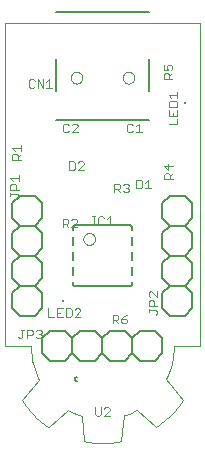
<source format=gto>
G75*
%MOIN*%
%OFA0B0*%
%FSLAX24Y24*%
%IPPOS*%
%LPD*%
%AMOC8*
5,1,8,0,0,1.08239X$1,22.5*
%
%ADD10C,0.0000*%
%ADD11C,0.0030*%
%ADD12C,0.0060*%
%ADD13C,0.0020*%
%ADD14R,0.0098X0.0098*%
%ADD15C,0.0050*%
D10*
X000743Y001523D02*
X001318Y002198D01*
X001055Y003348D02*
X000180Y003348D01*
X000180Y014094D01*
X006675Y014094D01*
X006675Y003348D01*
X006680Y003348D02*
X005805Y003348D01*
X005555Y002223D02*
X006118Y001523D01*
X005218Y000636D02*
X004568Y001198D01*
X004143Y001023D02*
X004055Y000161D01*
X002805Y000161D02*
X002743Y001011D01*
X002293Y001198D02*
X001655Y000623D01*
X005555Y002224D02*
X005594Y002304D01*
X005629Y002387D01*
X005661Y002470D01*
X005691Y002555D01*
X005717Y002641D01*
X005739Y002727D01*
X005759Y002815D01*
X005775Y002903D01*
X005788Y002991D01*
X005797Y003080D01*
X005803Y003170D01*
X005806Y003259D01*
X005805Y003349D01*
X001318Y002198D02*
X001276Y002288D01*
X001238Y002380D01*
X001203Y002472D01*
X001172Y002567D01*
X001144Y002662D01*
X001120Y002758D01*
X001100Y002855D01*
X001083Y002953D01*
X001071Y003051D01*
X001062Y003150D01*
X001056Y003249D01*
X001055Y003348D01*
X003430Y003348D02*
X003430Y003336D01*
X002805Y000161D02*
X002908Y000142D01*
X003012Y000127D01*
X003116Y000115D01*
X003221Y000107D01*
X003325Y000102D01*
X003430Y000100D01*
X003535Y000102D01*
X003639Y000107D01*
X003744Y000115D01*
X003848Y000127D01*
X003952Y000142D01*
X004055Y000161D01*
X004143Y001023D02*
X004231Y001052D01*
X004317Y001083D01*
X004402Y001118D01*
X004486Y001157D01*
X004568Y001198D01*
X001655Y000623D02*
X001566Y000683D01*
X001480Y000747D01*
X001395Y000813D01*
X001312Y000882D01*
X001232Y000953D01*
X001154Y001028D01*
X001079Y001104D01*
X001006Y001183D01*
X000936Y001265D01*
X000869Y001349D01*
X000804Y001435D01*
X000743Y001523D01*
X005217Y000636D02*
X005305Y000695D01*
X005390Y000758D01*
X005474Y000823D01*
X005555Y000891D01*
X005634Y000962D01*
X005711Y001035D01*
X005785Y001111D01*
X005857Y001189D01*
X005926Y001269D01*
X005992Y001352D01*
X006056Y001436D01*
X006117Y001523D01*
X002742Y001011D02*
X002649Y001041D01*
X002558Y001075D01*
X002468Y001112D01*
X002379Y001153D01*
X002292Y001198D01*
X002372Y012285D02*
X002374Y012312D01*
X002380Y012339D01*
X002389Y012365D01*
X002402Y012389D01*
X002418Y012412D01*
X002437Y012431D01*
X002459Y012448D01*
X002483Y012462D01*
X002508Y012472D01*
X002535Y012479D01*
X002562Y012482D01*
X002590Y012481D01*
X002617Y012476D01*
X002643Y012468D01*
X002667Y012456D01*
X002690Y012440D01*
X002711Y012422D01*
X002728Y012401D01*
X002743Y012377D01*
X002754Y012352D01*
X002762Y012326D01*
X002766Y012299D01*
X002766Y012271D01*
X002762Y012244D01*
X002754Y012218D01*
X002743Y012193D01*
X002728Y012169D01*
X002711Y012148D01*
X002690Y012130D01*
X002668Y012114D01*
X002643Y012102D01*
X002617Y012094D01*
X002590Y012089D01*
X002562Y012088D01*
X002535Y012091D01*
X002508Y012098D01*
X002483Y012108D01*
X002459Y012122D01*
X002437Y012139D01*
X002418Y012158D01*
X002402Y012181D01*
X002389Y012205D01*
X002380Y012231D01*
X002374Y012258D01*
X002372Y012285D01*
X004104Y012285D02*
X004106Y012312D01*
X004112Y012339D01*
X004121Y012365D01*
X004134Y012389D01*
X004150Y012412D01*
X004169Y012431D01*
X004191Y012448D01*
X004215Y012462D01*
X004240Y012472D01*
X004267Y012479D01*
X004294Y012482D01*
X004322Y012481D01*
X004349Y012476D01*
X004375Y012468D01*
X004399Y012456D01*
X004422Y012440D01*
X004443Y012422D01*
X004460Y012401D01*
X004475Y012377D01*
X004486Y012352D01*
X004494Y012326D01*
X004498Y012299D01*
X004498Y012271D01*
X004494Y012244D01*
X004486Y012218D01*
X004475Y012193D01*
X004460Y012169D01*
X004443Y012148D01*
X004422Y012130D01*
X004400Y012114D01*
X004375Y012102D01*
X004349Y012094D01*
X004322Y012089D01*
X004294Y012088D01*
X004267Y012091D01*
X004240Y012098D01*
X004215Y012108D01*
X004191Y012122D01*
X004169Y012139D01*
X004150Y012158D01*
X004134Y012181D01*
X004121Y012205D01*
X004112Y012231D01*
X004106Y012258D01*
X004104Y012285D01*
D11*
X004296Y010754D02*
X004248Y010705D01*
X004248Y010512D01*
X004296Y010463D01*
X004393Y010463D01*
X004441Y010512D01*
X004542Y010463D02*
X004736Y010463D01*
X004639Y010463D02*
X004639Y010754D01*
X004542Y010657D01*
X004441Y010705D02*
X004393Y010754D01*
X004296Y010754D01*
X004564Y008880D02*
X004710Y008880D01*
X004758Y008831D01*
X004758Y008638D01*
X004710Y008590D01*
X004564Y008590D01*
X004564Y008880D01*
X004316Y008705D02*
X004316Y008657D01*
X004267Y008608D01*
X004316Y008560D01*
X004316Y008512D01*
X004267Y008463D01*
X004171Y008463D01*
X004122Y008512D01*
X004219Y008608D02*
X004267Y008608D01*
X004316Y008705D02*
X004267Y008754D01*
X004171Y008754D01*
X004122Y008705D01*
X004021Y008705D02*
X004021Y008608D01*
X003973Y008560D01*
X003828Y008560D01*
X003828Y008463D02*
X003828Y008754D01*
X003973Y008754D01*
X004021Y008705D01*
X003924Y008560D02*
X004021Y008463D01*
X003678Y007666D02*
X003678Y007376D01*
X003581Y007376D02*
X003775Y007376D01*
X003581Y007569D02*
X003678Y007666D01*
X003480Y007618D02*
X003432Y007666D01*
X003335Y007666D01*
X003286Y007618D01*
X003286Y007424D01*
X003335Y007376D01*
X003432Y007376D01*
X003480Y007424D01*
X003187Y007376D02*
X003090Y007376D01*
X003138Y007376D02*
X003138Y007666D01*
X003090Y007666D02*
X003187Y007666D01*
X002594Y007535D02*
X002545Y007584D01*
X002449Y007584D01*
X002400Y007535D01*
X002299Y007535D02*
X002299Y007438D01*
X002251Y007390D01*
X002106Y007390D01*
X002106Y007293D02*
X002106Y007584D01*
X002251Y007584D01*
X002299Y007535D01*
X002202Y007390D02*
X002299Y007293D01*
X002400Y007293D02*
X002594Y007487D01*
X002594Y007535D01*
X002594Y007293D02*
X002400Y007293D01*
X002322Y009205D02*
X002467Y009205D01*
X002515Y009253D01*
X002515Y009446D01*
X002467Y009495D01*
X002322Y009495D01*
X002322Y009205D01*
X002617Y009205D02*
X002810Y009398D01*
X002810Y009446D01*
X002762Y009495D01*
X002665Y009495D01*
X002617Y009446D01*
X002617Y009205D02*
X002810Y009205D01*
X002606Y010463D02*
X002412Y010463D01*
X002606Y010657D01*
X002606Y010705D01*
X002557Y010754D01*
X002461Y010754D01*
X002412Y010705D01*
X002311Y010705D02*
X002263Y010754D01*
X002166Y010754D01*
X002118Y010705D01*
X002118Y010512D01*
X002166Y010463D01*
X002263Y010463D01*
X002311Y010512D01*
X001757Y011947D02*
X001563Y011947D01*
X001462Y011947D02*
X001462Y012237D01*
X001563Y012141D02*
X001660Y012237D01*
X001660Y011947D01*
X001462Y011947D02*
X001269Y012237D01*
X001269Y011947D01*
X001168Y011995D02*
X001119Y011947D01*
X001023Y011947D01*
X000974Y011995D01*
X000974Y012189D01*
X001023Y012237D01*
X001119Y012237D01*
X001168Y012189D01*
X000703Y010044D02*
X000703Y009850D01*
X000703Y009947D02*
X000412Y009947D01*
X000509Y009850D01*
X000461Y009749D02*
X000557Y009749D01*
X000606Y009701D01*
X000606Y009556D01*
X000606Y009653D02*
X000703Y009749D01*
X000703Y009556D02*
X000412Y009556D01*
X000412Y009701D01*
X000461Y009749D01*
X000650Y009042D02*
X000650Y008849D01*
X000650Y008945D02*
X000360Y008945D01*
X000457Y008849D01*
X000505Y008748D02*
X000408Y008748D01*
X000360Y008699D01*
X000360Y008554D01*
X000650Y008554D01*
X000553Y008554D02*
X000553Y008699D01*
X000505Y008748D01*
X000360Y008453D02*
X000360Y008356D01*
X000360Y008404D02*
X000602Y008404D01*
X000650Y008356D01*
X000650Y008308D01*
X000602Y008259D01*
X001621Y004599D02*
X001621Y004308D01*
X001815Y004308D01*
X001916Y004308D02*
X002110Y004308D01*
X002013Y004453D02*
X001916Y004453D01*
X001916Y004308D02*
X001916Y004599D01*
X002110Y004599D01*
X002211Y004599D02*
X002211Y004308D01*
X002356Y004308D01*
X002404Y004357D01*
X002404Y004550D01*
X002356Y004599D01*
X002211Y004599D01*
X002505Y004550D02*
X002554Y004599D01*
X002650Y004599D01*
X002699Y004550D01*
X002699Y004502D01*
X002505Y004308D01*
X002699Y004308D01*
X003768Y004386D02*
X003768Y004096D01*
X003768Y004193D02*
X003913Y004193D01*
X003962Y004241D01*
X003962Y004338D01*
X003913Y004386D01*
X003768Y004386D01*
X003865Y004193D02*
X003962Y004096D01*
X004063Y004144D02*
X004111Y004096D01*
X004208Y004096D01*
X004256Y004144D01*
X004256Y004193D01*
X004208Y004241D01*
X004063Y004241D01*
X004063Y004144D01*
X004063Y004241D02*
X004160Y004338D01*
X004256Y004386D01*
X004970Y004479D02*
X004970Y004575D01*
X004970Y004527D02*
X005212Y004527D01*
X005260Y004479D01*
X005260Y004430D01*
X005212Y004382D01*
X005260Y004677D02*
X004970Y004677D01*
X004970Y004822D01*
X005018Y004870D01*
X005115Y004870D01*
X005163Y004822D01*
X005163Y004677D01*
X005260Y004971D02*
X005067Y005165D01*
X005018Y005165D01*
X004970Y005116D01*
X004970Y005020D01*
X005018Y004971D01*
X005260Y004971D02*
X005260Y005165D01*
X005053Y008590D02*
X004859Y008590D01*
X004956Y008590D02*
X004956Y008880D01*
X004859Y008783D01*
X005487Y008911D02*
X005487Y009056D01*
X005536Y009104D01*
X005632Y009104D01*
X005681Y009056D01*
X005681Y008911D01*
X005681Y009008D02*
X005778Y009104D01*
X005778Y009351D02*
X005487Y009351D01*
X005632Y009205D01*
X005632Y009399D01*
X005778Y008911D02*
X005487Y008911D01*
X005635Y010727D02*
X005925Y010727D01*
X005925Y010921D01*
X005925Y011022D02*
X005925Y011215D01*
X005925Y011317D02*
X005925Y011462D01*
X005877Y011510D01*
X005683Y011510D01*
X005635Y011462D01*
X005635Y011317D01*
X005925Y011317D01*
X005780Y011119D02*
X005780Y011022D01*
X005635Y011022D02*
X005925Y011022D01*
X005635Y011022D02*
X005635Y011215D01*
X005732Y011611D02*
X005635Y011708D01*
X005925Y011708D01*
X005925Y011611D02*
X005925Y011805D01*
X005763Y012229D02*
X005472Y012229D01*
X005472Y012374D01*
X005521Y012423D01*
X005617Y012423D01*
X005666Y012374D01*
X005666Y012229D01*
X005666Y012326D02*
X005763Y012423D01*
X005714Y012524D02*
X005763Y012572D01*
X005763Y012669D01*
X005714Y012717D01*
X005617Y012717D01*
X005569Y012669D01*
X005569Y012620D01*
X005617Y012524D01*
X005472Y012524D01*
X005472Y012717D01*
X001354Y003886D02*
X001258Y003886D01*
X001209Y003838D01*
X001108Y003838D02*
X001108Y003741D01*
X001060Y003693D01*
X000915Y003693D01*
X000915Y003596D02*
X000915Y003886D01*
X001060Y003886D01*
X001108Y003838D01*
X001209Y003644D02*
X001258Y003596D01*
X001354Y003596D01*
X001403Y003644D01*
X001403Y003693D01*
X001354Y003741D01*
X001306Y003741D01*
X001354Y003741D02*
X001403Y003789D01*
X001403Y003838D01*
X001354Y003886D01*
X000813Y003886D02*
X000717Y003886D01*
X000765Y003886D02*
X000765Y003644D01*
X000717Y003596D01*
X000668Y003596D01*
X000620Y003644D01*
X003188Y001301D02*
X003188Y001059D01*
X003236Y001011D01*
X003333Y001011D01*
X003381Y001059D01*
X003381Y001301D01*
X003482Y001253D02*
X003531Y001301D01*
X003627Y001301D01*
X003676Y001253D01*
X003676Y001204D01*
X003482Y001011D01*
X003676Y001011D01*
D12*
X003680Y002848D02*
X003430Y003098D01*
X003180Y002848D01*
X002680Y002848D01*
X002430Y003098D01*
X002180Y002848D01*
X001680Y002848D01*
X001430Y003098D01*
X001430Y003598D01*
X001680Y003848D01*
X002180Y003848D01*
X002430Y003598D01*
X002680Y003848D01*
X003180Y003848D01*
X003430Y003598D01*
X003430Y003098D01*
X003680Y002848D02*
X004180Y002848D01*
X004430Y003098D01*
X004680Y002848D01*
X005180Y002848D01*
X005430Y003098D01*
X005430Y003598D01*
X005180Y003848D01*
X004680Y003848D01*
X004430Y003598D01*
X004430Y003098D01*
X004430Y003598D02*
X004180Y003848D01*
X003680Y003848D01*
X003430Y003598D01*
X002544Y005325D02*
X004316Y005325D01*
X004333Y005326D01*
X004350Y005331D01*
X004365Y005338D01*
X004379Y005348D01*
X004391Y005360D01*
X004401Y005374D01*
X004408Y005389D01*
X004413Y005406D01*
X004414Y005423D01*
X004414Y005419D02*
X004414Y005478D01*
X004414Y005722D02*
X004414Y005974D01*
X004414Y006222D02*
X004414Y006474D01*
X004414Y006722D02*
X004414Y006974D01*
X004414Y007218D02*
X004414Y007270D01*
X004414Y007274D02*
X004413Y007291D01*
X004408Y007308D01*
X004401Y007323D01*
X004391Y007337D01*
X004379Y007349D01*
X004365Y007359D01*
X004350Y007366D01*
X004333Y007371D01*
X004316Y007372D01*
X002548Y007372D01*
X002544Y007372D02*
X002527Y007371D01*
X002510Y007366D01*
X002495Y007359D01*
X002481Y007349D01*
X002469Y007337D01*
X002459Y007323D01*
X002452Y007308D01*
X002447Y007291D01*
X002446Y007274D01*
X002446Y007270D02*
X002446Y007218D01*
X002446Y006974D02*
X002446Y006722D01*
X002446Y006478D02*
X002446Y006222D01*
X002446Y005978D02*
X002446Y005722D01*
X002446Y005482D02*
X002446Y005431D01*
X002446Y005423D02*
X002447Y005406D01*
X002452Y005389D01*
X002459Y005374D01*
X002469Y005360D01*
X002481Y005348D01*
X002495Y005338D01*
X002510Y005331D01*
X002527Y005326D01*
X002544Y005325D01*
X002430Y003598D02*
X002430Y003098D01*
X002595Y002316D02*
X002578Y002315D01*
X002562Y002312D01*
X002547Y002304D01*
X002534Y002294D01*
X002523Y002281D01*
X002516Y002266D01*
X002512Y002249D01*
X002512Y002233D01*
X002516Y002216D01*
X002523Y002201D01*
X002534Y002188D01*
X002547Y002178D01*
X002562Y002170D01*
X002578Y002167D01*
X002595Y002166D01*
X001180Y004348D02*
X001430Y004598D01*
X001430Y005098D01*
X001180Y005348D01*
X000680Y005348D01*
X000430Y005098D01*
X000430Y004598D01*
X000680Y004348D01*
X001180Y004348D01*
X001180Y005348D02*
X001430Y005598D01*
X001430Y006098D01*
X001180Y006348D01*
X000680Y006348D01*
X000430Y006598D01*
X000430Y007098D01*
X000680Y007348D01*
X000430Y007598D01*
X000430Y008098D01*
X000680Y008348D01*
X001180Y008348D01*
X001430Y008098D01*
X001430Y007598D01*
X001180Y007348D01*
X001430Y007098D01*
X001430Y006598D01*
X001180Y006348D01*
X001180Y007348D02*
X000680Y007348D01*
X000680Y006348D02*
X000430Y006098D01*
X000430Y005598D01*
X000680Y005348D01*
X005430Y005098D02*
X005430Y004598D01*
X005680Y004348D01*
X006180Y004348D01*
X006430Y004598D01*
X006430Y005098D01*
X006180Y005348D01*
X005680Y005348D01*
X005430Y005098D01*
X005680Y005348D02*
X005430Y005598D01*
X005430Y006098D01*
X005680Y006348D01*
X005430Y006598D01*
X005430Y007098D01*
X005680Y007348D01*
X005430Y007598D01*
X005430Y008098D01*
X005680Y008348D01*
X006180Y008348D01*
X006430Y008098D01*
X006430Y007598D01*
X006180Y007348D01*
X006430Y007098D01*
X006430Y006598D01*
X006180Y006348D01*
X005680Y006348D01*
X005680Y007348D02*
X006180Y007348D01*
X006180Y006348D02*
X006430Y006098D01*
X006430Y005598D01*
X006180Y005348D01*
D13*
X002794Y006907D02*
X002796Y006934D01*
X002802Y006961D01*
X002811Y006987D01*
X002824Y007011D01*
X002840Y007034D01*
X002859Y007053D01*
X002881Y007070D01*
X002905Y007084D01*
X002930Y007094D01*
X002957Y007101D01*
X002984Y007104D01*
X003012Y007103D01*
X003039Y007098D01*
X003065Y007090D01*
X003089Y007078D01*
X003112Y007062D01*
X003133Y007044D01*
X003150Y007023D01*
X003165Y006999D01*
X003176Y006974D01*
X003184Y006948D01*
X003188Y006921D01*
X003188Y006893D01*
X003184Y006866D01*
X003176Y006840D01*
X003165Y006815D01*
X003150Y006791D01*
X003133Y006770D01*
X003112Y006752D01*
X003090Y006736D01*
X003065Y006724D01*
X003039Y006716D01*
X003012Y006711D01*
X002984Y006710D01*
X002957Y006713D01*
X002930Y006720D01*
X002905Y006730D01*
X002881Y006744D01*
X002859Y006761D01*
X002840Y006780D01*
X002824Y006803D01*
X002811Y006827D01*
X002802Y006853D01*
X002796Y006880D01*
X002794Y006907D01*
D14*
X002131Y004848D03*
X006180Y011424D03*
D15*
X004970Y011852D02*
X004970Y012915D01*
X004970Y014489D02*
X001900Y014489D01*
X001900Y012915D02*
X001900Y011852D01*
X001900Y010867D02*
X004970Y010867D01*
X004695Y010867D02*
X004262Y010867D01*
X002608Y010867D02*
X002175Y010867D01*
M02*

</source>
